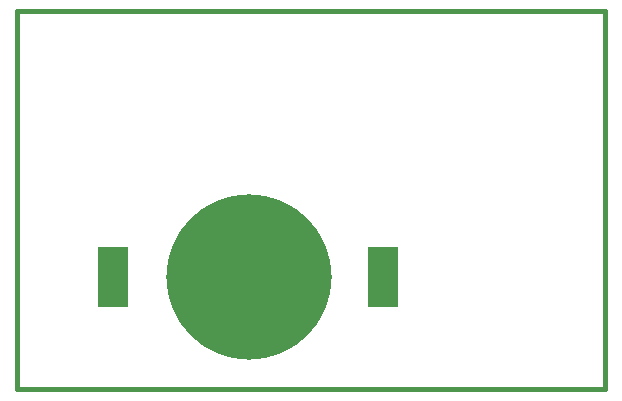
<source format=gbp>
G04 (created by PCBNEW-RS274X (2010-05-05 BZR 2356)-stable) date 4/07/2011 8:20:50 p.m.*
G01*
G70*
G90*
%MOIN*%
G04 Gerber Fmt 3.4, Leading zero omitted, Abs format*
%FSLAX34Y34*%
G04 APERTURE LIST*
%ADD10C,0.006000*%
%ADD11C,0.015000*%
%ADD12R,0.100000X0.200800*%
%ADD13C,0.551200*%
G04 APERTURE END LIST*
G54D10*
G54D11*
X39291Y-32323D02*
X39291Y-19764D01*
X19685Y-32362D02*
X39291Y-32362D01*
X19685Y-19763D02*
X19685Y-32362D01*
X39291Y-19763D02*
X19685Y-19763D01*
G54D12*
X22874Y-28622D03*
X31890Y-28622D03*
G54D13*
X27402Y-28622D03*
M02*

</source>
